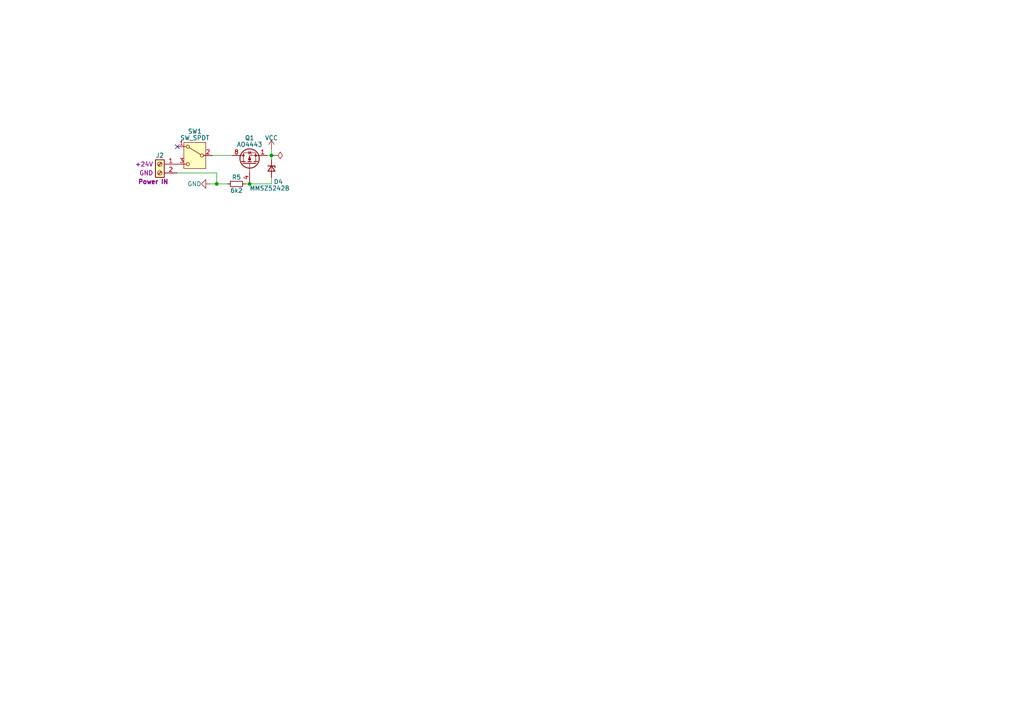
<source format=kicad_sch>
(kicad_sch (version 20250114) (generator "eeschema") (generator_version "9.0")
  (paper "A4")
  (lib_symbols
    (symbol "Connector:Screw_Terminal_01x02" (pin_names (offset 1.016) (hide yes))
      (property "Reference" "J" (at 0 2.54 0))
      (property "Value" "Screw_Terminal_01x02" (at 0 -5.08 0))
      (symbol "Screw_Terminal_01x02_1_1"
        (rectangle (start -1.27 1.27) (end 1.27 -3.81) (stroke (width 0.254)) (fill (type background)))
        (polyline (pts (xy -0.5334 0.3302) (xy 0.3302 -0.508)) (stroke (width 0.1524)))
        (polyline (pts (xy -0.5334 -2.2098) (xy 0.3302 -3.048)) (stroke (width 0.1524)))
        (polyline (pts (xy -0.3556 0.508) (xy 0.508 -0.3302)) (stroke (width 0.1524)))
        (polyline (pts (xy -0.3556 -2.032) (xy 0.508 -2.8702)) (stroke (width 0.1524)))
        (circle (center 0 0) (radius 0.635) (stroke (width 0.1524)))
        (circle (center 0 -2.54) (radius 0.635) (stroke (width 0.1524)))
        (pin passive line (at -5.08 0 0) (length 3.81) (name "Pin_1") (number "1"))
        (pin passive line (at -5.08 -2.54 0) (length 3.81) (name "Pin_2") (number "2"))
      )
    )
    (symbol "Device:D_Zener_Small" (pin_numbers (hide yes)) (pin_names (offset 0.254) (hide yes))
      (property "Reference" "D" (at 0 2.286 0))
      (property "Value" "D_Zener_Small" (at 0 -2.286 0))
      (symbol "D_Zener_Small_0_1"
        (polyline (pts (xy -0.254 1.016) (xy -0.762 1.016) (xy -0.762 -1.016)) (stroke (width 0.254)))
        (polyline (pts (xy 0.762 1.016) (xy -0.762 0) (xy 0.762 -1.016) (xy 0.762 1.016)) (stroke (width 0.254)))
        (polyline (pts (xy 0.762 0) (xy -0.762 0)))
      )
      (symbol "D_Zener_Small_1_1"
        (pin passive line (at -2.54 0 0) (length 1.778) (name "K") (number "1"))
        (pin passive line (at 2.54 0 180) (length 1.778) (name "A") (number "2"))
      )
    )
    (symbol "Device:R_Small" (pin_numbers (hide yes)) (pin_names (offset 0.254) (hide yes))
      (property "Reference" "R" (at 0.762 0.508 0))
      (property "Value" "R_Small" (at 0.762 -1.016 0))
      (symbol "R_Small_0_1"
        (rectangle (start -0.762 1.778) (end 0.762 -1.778) (stroke (width 0.2032)))
      )
      (symbol "R_Small_1_1"
        (pin passive line (at 0 2.54 270) (length 0.762) (name "~") (number "1"))
        (pin passive line (at 0 -2.54 90) (length 0.762) (name "~") (number "2"))
      )
    )
    (symbol "Ecohim:AO4443" (pin_names (hide yes))
      (property "Reference" "VT" (at 5.08 1.905 0))
      (property "Value" "AO4443" (at 5.08 0 0))
      (symbol "AO4443_0_1"
        (polyline (pts (xy 0.254 1.905) (xy 0.254 -1.905)) (stroke (width 0.254)))
        (polyline (pts (xy 0.254 0) (xy -2.54 0)))
        (polyline (pts (xy 0.762 2.286) (xy 0.762 1.27)) (stroke (width 0.254)))
        (polyline (pts (xy 0.762 1.778) (xy 3.302 1.778) (xy 3.302 -1.778) (xy 0.762 -1.778)))
        (polyline (pts (xy 0.762 0.508) (xy 0.762 -0.508)) (stroke (width 0.254)))
        (polyline (pts (xy 0.762 -1.27) (xy 0.762 -2.286)) (stroke (width 0.254)))
        (circle (center 1.651 0) (radius 2.794) (stroke (width 0.254)))
        (polyline (pts (xy 2.286 0) (xy 1.27 0.381) (xy 1.27 -0.381) (xy 2.286 0)) (fill (type outline)))
        (polyline (pts (xy 2.54 2.54) (xy 2.54 1.778)))
        (circle (center 2.54 1.778) (radius 0.254) (fill (type outline)))
        (circle (center 2.54 -1.778) (radius 0.254) (fill (type outline)))
        (polyline (pts (xy 2.54 -2.54) (xy 2.54 0) (xy 0.762 0)))
        (polyline (pts (xy 2.794 -0.508) (xy 2.921 -0.381) (xy 3.683 -0.381) (xy 3.81 -0.254)))
        (polyline (pts (xy 3.302 -0.381) (xy 2.921 0.254) (xy 3.683 0.254) (xy 3.302 -0.381)))
      )
      (symbol "AO4443_1_1"
        (pin passive line (at -5.08 0 0) (length 2.54) (name "G") (number "4"))
        (pin passive line (at 2.54 5.08 270) (length 2.54) (hide yes) (name "D") (number "5"))
        (pin passive line (at 2.54 5.08 270) (length 2.54) (hide yes) (name "D") (number "6"))
        (pin passive line (at 2.54 5.08 270) (length 2.54) (hide yes) (name "D") (number "7"))
        (pin passive line (at 2.54 5.08 270) (length 2.54) (name "D") (number "8"))
        (pin passive line (at 2.54 -5.08 90) (length 2.54) (name "S") (number "1"))
        (pin passive line (at 2.54 -5.08 90) (length 2.54) (hide yes) (name "S") (number "2"))
        (pin passive line (at 2.54 -5.08 90) (length 2.54) (hide yes) (name "S") (number "3"))
      )
    )
    (symbol "Switch:SW_SPDT" (pin_names (offset 0) (hide yes))
      (property "Reference" "SW" (at 0 5.08 0))
      (property "Value" "SW_SPDT" (at 0 -5.08 0))
      (symbol "SW_SPDT_0_1"
        (circle (center -2.032 0) (radius 0.4572))
        (polyline (pts (xy -1.651 0.254) (xy 1.651 2.286)))
        (circle (center 2.032 2.54) (radius 0.4572))
        (circle (center 2.032 -2.54) (radius 0.4572))
      )
      (symbol "SW_SPDT_1_1"
        (rectangle (start -3.175 3.81) (end 3.175 -3.81) (fill (type background)))
        (pin passive line (at -5.08 0 0) (length 2.54) (name "B") (number "2"))
        (pin passive line (at 5.08 2.54 180) (length 2.54) (name "A") (number "1"))
        (pin passive line (at 5.08 -2.54 180) (length 2.54) (name "C") (number "3"))
      )
    )
    (symbol "power:GND" (power) (pin_numbers (hide yes)) (pin_names (offset 0) (hide yes))
      (property "Value" "GND" (at 0 -3.81 0))
      (symbol "GND_0_1"
        (polyline (pts (xy 0 0) (xy 0 -1.27) (xy 1.27 -1.27) (xy 0 -2.54) (xy -1.27 -1.27) (xy 0 -1.27)))
      )
      (symbol "GND_1_1"
        (pin power_in line (at 0 0 270) (length 0) (name "~") (number "1"))
      )
    )
    (symbol "power:PWR_FLAG" (power) (pin_numbers (hide yes)) (pin_names (offset 0) (hide yes))
      (property "Value" "PWR_FLAG" (at 0 3.81 0))
      (symbol "PWR_FLAG_0_0"
        (pin power_out line (at 0 0 90) (length 0) (name "pwr") (number "1"))
      )
      (symbol "PWR_FLAG_0_1"
        (polyline (pts (xy 0 0) (xy 0 1.27) (xy -1.016 1.905) (xy 0 2.54) (xy 1.016 1.905) (xy 0 1.27)))
      )
    )
    (symbol "power:VCC" (power) (pin_numbers (hide yes)) (pin_names (offset 0) (hide yes))
      (property "Value" "VCC" (at 0 3.556 0))
      (symbol "VCC_0_1"
        (polyline (pts (xy -0.762 1.27) (xy 0 2.54)))
        (polyline (pts (xy 0 2.54) (xy 0.762 1.27)))
        (polyline (pts (xy 0 0) (xy 0 2.54)))
      )
      (symbol "VCC_1_1"
        (pin power_in line (at 0 0 90) (length 0) (name "~") (number "1"))
      )
    )
  )
  (junction (at 72.39 53.34))
  (junction (at 62.865 53.34))
  (junction (at 78.74 45.085))
  (no_connect (at 51.435 42.545))
  (wire (pts (xy 72.39 52.705) (xy 72.39 53.34)))
  (wire (pts (xy 62.865 50.165) (xy 62.865 53.34)))
  (wire (pts (xy 78.74 45.085) (xy 79.375 45.085)))
  (wire (pts (xy 77.47 45.085) (xy 78.74 45.085)))
  (wire (pts (xy 62.865 53.34) (xy 66.04 53.34)))
  (wire (pts (xy 78.74 45.085) (xy 78.74 43.18)))
  (wire (pts (xy 61.595 45.085) (xy 67.31 45.085)))
  (wire (pts (xy 60.96 53.34) (xy 62.865 53.34)))
  (wire (pts (xy 78.74 51.435) (xy 78.74 53.34)))
  (wire (pts (xy 78.74 53.34) (xy 72.39 53.34)))
  (wire (pts (xy 51.435 50.165) (xy 62.865 50.165)))
  (wire (pts (xy 71.12 53.34) (xy 72.39 53.34)))
  (wire (pts (xy 78.74 45.085) (xy 78.74 46.355)))
  (symbol (lib_id "Connector:Screw_Terminal_01x02") (at 46.355 47.625 0) (mirror y) (unit 1)
    (property "Reference" "J2" (at 46.355 45.085 0))
    (property "Value" "KLS2-301-5.00-02P" (effects (hide yes)))
    (property "Footprint" "Ecohim:TerminalBlock_KLS2-301-5.00-02P" (effects (hide yes)))
    (property "Label" "Power IN" (at 44.45 52.705 0) (effects (font (bold yes))))
    (property "Label2" "GND" (at 44.45 50.165 0) (effects (justify left)))
    (property "Label1" "+24V" (at 44.45 47.625 0) (effects (justify left)))
    (property "Link" "https://www.chipdip.ru/product/kls2-301-5.00-02p-2s-dg301-5.0-02p-12" (effects (hide yes)))
  )
  (symbol (lib_id "Device:R_Small") (at 68.58 53.34 90) (unit 1)
    (property "Reference" "R5" (at 68.58 51.435 90))
    (property "Value" "6k2" (at 68.58 55.245 90))
    (property "Footprint" "Resistor_SMD:R_0805_2012Metric" (effects (hide yes)))
    (property "Link" "https://www.chipdip.ru/product/0.125w-0805-6.2-kom-1" (effects (hide yes)))
  )
  (symbol (lib_id "power:PWR_FLAG") (at 79.375 45.085 270) (unit 1)
    (property "Reference" "#FLG03" (effects (hide yes)))
    (property "Value" "PWR_FLAG" (effects (hide yes)))
  )
  (symbol (lib_id "power:VCC") (at 78.74 43.18 0) (unit 1)
    (property "Reference" "#PWR016" (effects (hide yes)))
    (property "Value" "VCC" (at 78.74 40.005 0))
    (property "Description" "Power symbol creates a global label with name \"VCC\"" (effects (hide yes)))
  )
  (symbol (lib_id "Ecohim:AO4443") (at 72.39 47.625 90) (unit 1)
    (property "Reference" "Q1" (at 72.39 40.005 90))
    (property "Value" "AO4443" (at 72.39 41.91 90))
    (property "Footprint" "Package_SO:SOP-8_3.9x4.9mm_P1.27mm" (effects (hide yes)))
    (property "Datasheet" "https://static.chipdip.ru/lib/296/DOC021296401.pdf" (effects (hide yes)))
    (property "Link" "https://www.chipdip.ru/product/ao4443" (effects (hide yes)))
  )
  (symbol (lib_id "power:GND") (at 60.96 53.34 270) (mirror x) (unit 1)
    (property "Reference" "#PWR013" (effects (hide yes)))
    (property "Value" "GND" (at 58.42 53.34 90) (effects (justify right)))
  )
  (symbol (lib_id "Device:D_Zener_Small") (at 78.74 48.895 270) (unit 1)
    (property "Reference" "D4" (at 79.375 52.705 90) (effects (justify left)))
    (property "Value" "MMSZ5242B" (at 72.39 54.61 90) (effects (justify left)))
    (property "Footprint" "Diode_SMD:D_SOD-123" (effects (hide yes)))
    (property "Link" "https://www.chipdip.ru/product0/8017537809" (effects (hide yes)))
  )
  (symbol (lib_id "Switch:SW_SPDT") (at 56.515 45.085 0) (mirror y) (unit 1)
    (property "Reference" "SW1" (at 56.515 38.1 0))
    (property "Value" "SW_SPDT" (at 56.515 40.005 0))
    (property "Footprint" "my_additions:SS12D06-angled" (effects (hide yes)))
    (property "Link" "https://aliexpress.ru/item/1005003520118931.html" (effects (hide yes)))
  )
)
</source>
